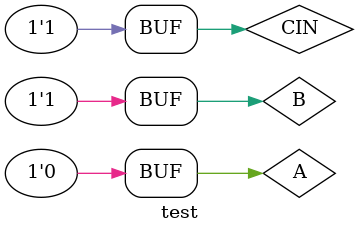
<source format=v>

module test;

	// Inputs
	reg A;
	reg B;
	reg CIN;

	// Outputs
	wire SUM;
	wire COUT;

	// Instantiate the Unit Under Test (UUT)
	FA uut (
		.A(A), 
		.B(B), 
		.CIN(CIN), 
		.SUM(SUM), 
		.COUT(COUT)
	);

	initial begin
		// Initialize Inputs
		A = 0;
		B = 0;
		CIN = 0;

		// Wait 100 ns for global reset to finish
		#100;
		
		A = 0;
		B = 0;
		CIN = 1;

		// Wait 100 ns for global reset to finish
		#100;
		
		A = 0;
		B = 1;
		CIN = 0;

		// Wait 100 ns for global reset to finish
		#100;
		
		A = 0;
		B = 1;
		CIN = 1;

		// Wait 100 ns for global reset to finish
		#100;
		
		
        
		// Add stimulus here

	end
      
endmodule


</source>
